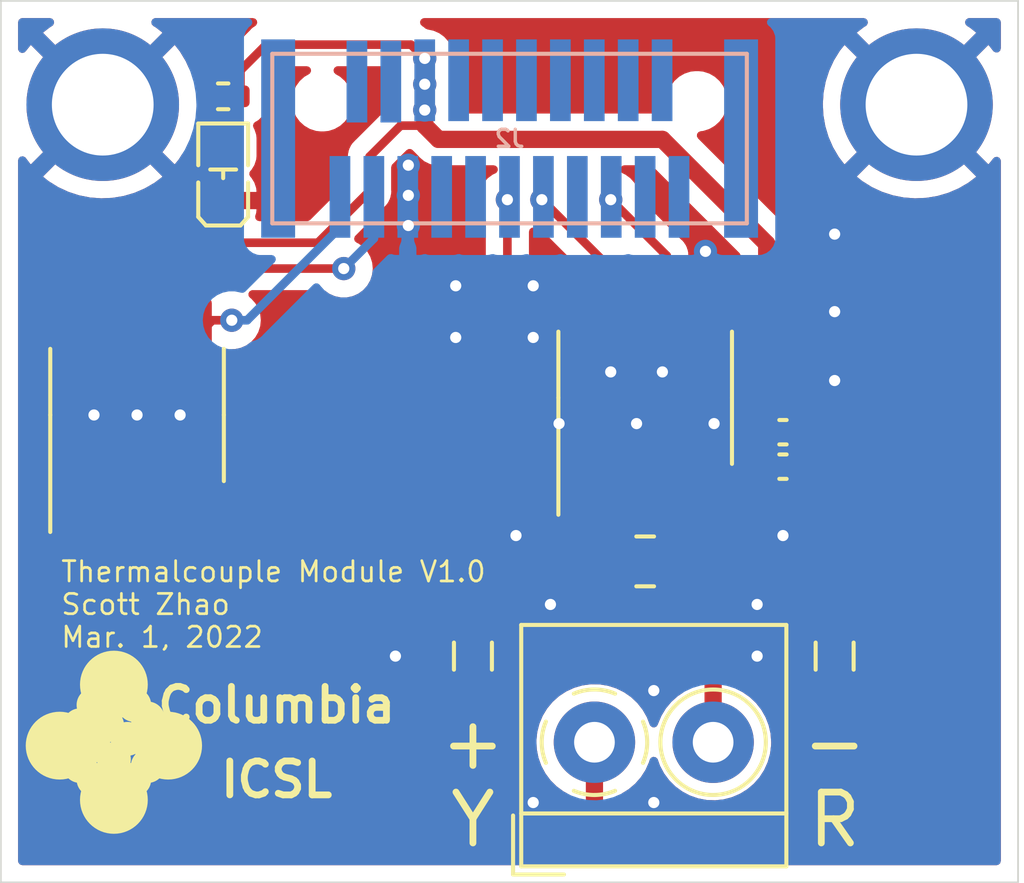
<source format=kicad_pcb>
(kicad_pcb (version 20211014) (generator pcbnew)
  (layers (0 "F.Cu" signal "Front") (1 "In1.Cu" signal) (2 "In2.Cu" signal) (31 "B.Cu" signal "Back") (34 "B.Paste" user) (35 "F.Paste" user) (36 "B.SilkS" user "B.Silkscreen") (37 "F.SilkS" user "F.Silkscreen") (38 "B.Mask" user) (39 "F.Mask" user) (44 "Edge.Cuts" user))
  (net 0 "")
  (net 1 "GND")
  (net 2 "Net-(D1-Pad2)")
  (net 3 "/3V3")
  (net 4 "/SDA_EEPROM")
  (net 5 "/~{RST}")
  (net 6 "/MISO")
  (net 7 "/MOSI")
  (net 8 "/SDA")
  (net 9 "/SCL")
  (net 10 "/SCL_EEPROM")
  (net 11 "/5V")
  (net 13 "/TXD")
  (net 14 "/Status")
  (net 15 "/A0")
  (net 17 "/RXD")
  (net 24 "/A1")
  (net 25 "Net-(C1-Pad1)")
  (net 26 "Net-(C1-Pad2)")
  (net 27 "Net-(FB1-Pad1)")
  (net 28 "Net-(FB2-Pad1)")
  (net 29 "/SCK")
  (net 30 "/CS")
  (footprint "ICSL:M1502-B-2545-AL-TOP" (layer "F.Cu") (at 98.048 66.986)
    (fp_text reference "H1" hide)
    (fp_text value "GND" hide)
    (pad "1" thru_hole circle locked (at -3.048 -2.986) (size 4.5 4.5) (drill 3) (layers *.Cu *.Mask) (net 1 "GND"))
  )
  (footprint "ICSL:M1502-B-2545-AL-TOP" (layer "F.Cu") (at 119 64)
    (fp_text reference "H2" hide)
    (fp_text value "GND" hide)
    (pad "1" thru_hole circle locked (at 0 0) (size 4.5 4.5) (drill 3) (layers *.Cu *.Mask) (net 1 "GND"))
  )
  (footprint "Capacitor_SMD:C_0402_1005Metric" (layer "F.Cu") (at 115.062 74.676)
    (fp_text reference "C3" hide)
    (fp_text value "C_0402_0.1uF_16V")
    (fp_line (start -0.107836 0.36) (end 0.107836 0.36) (layer "F.SilkS") (width 0.12))
    (fp_line (start -0.107836 -0.36) (end 0.107836 -0.36) (layer "F.SilkS") (width 0.12))
    (pad "1" smd roundrect locked (at -0.48 0) (size 0.56 0.62) (layers "F.Cu" "F.Paste" "F.Mask") (net 3 "/3V3"))
    (pad "2" smd roundrect locked (at 0.48 0) (size 0.56 0.62) (layers "F.Cu" "F.Paste" "F.Mask") (net 1 "GND"))
  )
  (footprint "Resistor_SMD:R_0402_1005Metric" (layer "F.Cu") (at 98.552 63.754 180)
    (fp_text reference "R1" hide)
    (fp_text value "R_0402_10K")
    (fp_line (start -0.153641 -0.38) (end 0.153641 -0.38) (layer "F.SilkS") (width 0.12))
    (fp_line (start -0.153641 0.38) (end 0.153641 0.38) (layer "F.SilkS") (width 0.12))
    (pad "1" smd roundrect locked (at -0.51 0 180) (size 0.54 0.64) (layers "F.Cu" "F.Paste" "F.Mask") (net 3 "/3V3"))
    (pad "2" smd roundrect locked (at 0.51 0 180) (size 0.54 0.64) (layers "F.Cu" "F.Paste" "F.Mask") (net 2 "Net-(D1-Pad2)"))
  )
  (footprint "Capacitor_SMD:C_0402_1005Metric" (layer "F.Cu") (at 115.062 73.66)
    (fp_text reference "C2" hide)
    (fp_text value "C_0402_1uF_25V")
    (fp_line (start -0.107836 0.36) (end 0.107836 0.36) (layer "F.SilkS") (width 0.12))
    (fp_line (start -0.107836 -0.36) (end 0.107836 -0.36) (layer "F.SilkS") (width 0.12))
    (pad "1" smd roundrect locked (at -0.48 0) (size 0.56 0.62) (layers "F.Cu" "F.Paste" "F.Mask") (net 3 "/3V3"))
    (pad "2" smd roundrect locked (at 0.48 0) (size 0.56 0.62) (layers "F.Cu" "F.Paste" "F.Mask") (net 1 "GND"))
  )
  (footprint "Inductor_SMD:L_0805_2012Metric" (layer "F.Cu") (at 116.586 80.264 90)
    (fp_text reference "FB1" hide)
    (fp_text value "B_0805_600R")
    (fp_line (start -0.399622 -0.56) (end 0.399622 -0.56) (layer "F.SilkS") (width 0.12))
    (fp_line (start -0.399622 0.56) (end 0.399622 0.56) (layer "F.SilkS") (width 0.12))
    (pad "1" smd roundrect locked (at -1.0625 0 90) (size 0.875 1.2) (layers "F.Cu" "F.Paste" "F.Mask") (net 27 "Net-(FB1-Pad1)"))
    (pad "2" smd roundrect locked (at 1.0625 0 90) (size 0.875 1.2) (layers "F.Cu" "F.Paste" "F.Mask") (net 25 "Net-(C1-Pad1)"))
  )
  (footprint "Capacitor_SMD:C_0805_2012Metric" (layer "F.Cu") (at 110.998 77.47 180)
    (fp_text reference "C1" hide)
    (fp_text value "C_0805_10nF_50V")
    (fp_line (start -0.261252 0.735) (end 0.261252 0.735) (layer "F.SilkS") (width 0.12))
    (fp_line (start -0.261252 -0.735) (end 0.261252 -0.735) (layer "F.SilkS") (width 0.12))
    (pad "1" smd roundrect locked (at -0.95 0 180) (size 1 1.45) (layers "F.Cu" "F.Paste" "F.Mask") (net 25 "Net-(C1-Pad1)"))
    (pad "2" smd roundrect locked (at 0.95 0 180) (size 1 1.45) (layers "F.Cu" "F.Paste" "F.Mask") (net 26 "Net-(C1-Pad2)"))
  )
  (footprint "jlcsmt:SOIC-8_3.9x4.9mm_P1.27mm" (layer "F.Cu") (at 110.998 72.644)
    (fp_text reference "U1" hide)
    (fp_text value "Thermal_MAX31855KASA")
    (fp_line (start 2.56 0) (end 2.56 1.95) (layer "F.SilkS") (width 0.12))
    (fp_line (start -2.56 0) (end -2.56 -1.95) (layer "F.SilkS") (width 0.12))
    (fp_line (start 2.56 0) (end 2.56 -1.95) (layer "F.SilkS") (width 0.12))
    (fp_line (start -2.56 0) (end -2.56 3.45) (layer "F.SilkS") (width 0.12))
    (pad "1" smd roundrect (at -1.905 2.475 90) (size 1.95 0.6) (layers "F.Cu" "F.Paste" "F.Mask") (net 1 "GND"))
    (pad "2" smd roundrect (at -0.635 2.475 90) (size 1.95 0.6) (layers "F.Cu" "F.Paste" "F.Mask") (net 26 "Net-(C1-Pad2)"))
    (pad "3" smd roundrect (at 0.635 2.475 90) (size 1.95 0.6) (layers "F.Cu" "F.Paste" "F.Mask") (net 25 "Net-(C1-Pad1)"))
    (pad "4" smd roundrect (at 1.905 2.475 90) (size 1.95 0.6) (layers "F.Cu" "F.Paste" "F.Mask") (net 3 "/3V3"))
    (pad "5" smd roundrect (at 1.905 -2.475 90) (size 1.95 0.6) (layers "F.Cu" "F.Paste" "F.Mask") (net 29 "/SCK"))
    (pad "6" smd roundrect (at 0.635 -2.475 90) (size 1.95 0.6) (layers "F.Cu" "F.Paste" "F.Mask") (net 30 "/CS"))
    (pad "7" smd roundrect (at -0.635 -2.475 90) (size 1.95 0.6) (layers "F.Cu" "F.Paste" "F.Mask") (net 6 "/MISO"))
    (pad "8" smd roundrect (at -1.905 -2.475 90) (size 1.95 0.6) (layers "F.Cu" "F.Paste" "F.Mask"))
  )
  (footprint "jlcsmt:SOIC-8_3.9x4.9mm_P1.27mm" (layer "F.Cu") (at 96.012 73.152)
    (fp_text reference "U3" hide)
    (fp_text value "EEPROM_M24C02-WMN6TP")
    (fp_line (start -2.56 0) (end -2.56 3.45) (layer "F.SilkS") (width 0.12))
    (fp_line (start 2.56 0) (end 2.56 -1.95) (layer "F.SilkS") (width 0.12))
    (fp_line (start -2.56 0) (end -2.56 -1.95) (layer "F.SilkS") (width 0.12))
    (fp_line (start 2.56 0) (end 2.56 1.95) (layer "F.SilkS") (width 0.12))
    (pad "1" smd roundrect (at -1.905 2.475 90) (size 1.95 0.6) (layers "F.Cu" "F.Paste" "F.Mask"))
    (pad "2" smd roundrect (at -0.635 2.475 90) (size 1.95 0.6) (layers "F.Cu" "F.Paste" "F.Mask"))
    (pad "3" smd roundrect (at 0.635 2.475 90) (size 1.95 0.6) (layers "F.Cu" "F.Paste" "F.Mask"))
    (pad "4" smd roundrect (at 1.905 2.475 90) (size 1.95 0.6) (layers "F.Cu" "F.Paste" "F.Mask") (net 1 "GND"))
    (pad "5" smd roundrect (at 1.905 -2.475 90) (size 1.95 0.6) (layers "F.Cu" "F.Paste" "F.Mask") (net 4 "/SDA_EEPROM"))
    (pad "6" smd roundrect (at 0.635 -2.475 90) (size 1.95 0.6) (layers "F.Cu" "F.Paste" "F.Mask") (net 10 "/SCL_EEPROM"))
    (pad "7" smd roundrect (at -0.635 -2.475 90) (size 1.95 0.6) (layers "F.Cu" "F.Paste" "F.Mask"))
    (pad "8" smd roundrect (at -1.905 -2.475 90) (size 1.95 0.6) (layers "F.Cu" "F.Paste" "F.Mask") (net 3 "/3V3"))
  )
  (footprint "Inductor_SMD:L_0805_2012Metric" (layer "F.Cu") (at 105.918 80.264 90)
    (fp_text reference "FB2" hide)
    (fp_text value "B_0805_600R")
    (fp_line (start -0.399622 0.56) (end 0.399622 0.56) (layer "F.SilkS") (width 0.12))
    (fp_line (start -0.399622 -0.56) (end 0.399622 -0.56) (layer "F.SilkS") (width 0.12))
    (pad "1" smd roundrect locked (at -1.0625 0 90) (size 0.875 1.2) (layers "F.Cu" "F.Paste" "F.Mask") (net 28 "Net-(FB2-Pad1)"))
    (pad "2" smd roundrect locked (at 1.0625 0 90) (size 0.875 1.2) (layers "F.Cu" "F.Paste" "F.Mask") (net 26 "Net-(C1-Pad2)"))
  )
  (footprint "ICSL:icsl_logo" (layer "F.Cu") (at 97.529001 82.704)
    (fp_text reference "U2" hide)
    (fp_text value "ICSL_LOGO" hide)
    (fp_text user "ICSL" (at 2.6 1.2) (layer "F.SilkS") (effects (font (thickness 0.2))))
    (fp_text user "Columbia" (at 2.6 -1) (layer "F.SilkS") (effects (font (thickness 0.2))))
    (fp_circle (center -1.6 1.2) (end -1.6 1.2) (layer "F.SilkS") (width 0.5) (fill none))
    (fp_circle (center -2.8 1.2) (end -2.8 1.2) (layer "F.SilkS") (width 0.5) (fill none))
    (fp_circle (center -3.2 0.8) (end -3.2 0.8) (layer "F.SilkS") (width 0.5) (fill none))
    (fp_circle (center -1.2 0.8) (end -1.2 0.8) (layer "F.SilkS") (width 0.5) (fill none))
    (fp_circle (center -2.4 -0.4) (end -2.4 -0.4) (layer "F.SilkS") (width 0.5) (fill none))
    (fp_circle (center -1.6 -1) (end -1.6 -1) (layer "F.SilkS") (width 0.5) (fill none))
    (fp_circle (center -3.2 -0.4) (end -3.2 -0.4) (layer "F.SilkS") (width 0.5) (fill none))
    (fp_circle (center -3.8 0.2) (end -3.8 0.2) (layer "F.SilkS") (width 1) (fill none))
    (fp_circle (center -1.2 -0.6) (end -1.2 -0.6) (layer "F.SilkS") (width 0.5) (fill none))
    (fp_circle (center -0.6 0.2) (end -0.6 0.2) (layer "F.SilkS") (width 1) (fill none))
    (fp_circle (center -2.8 -1) (end -2.8 -1) (layer "F.SilkS") (width 0.5) (fill none))
    (fp_circle (center -2.2 0.6) (end -2.2 0.6) (layer "F.SilkS") (width 0.5) (fill none))
    (fp_circle (center -2.8 0.2) (end -2.8 0.2) (layer "F.SilkS") (width 0.5) (fill none))
    (fp_circle (center -2.2 1.8) (end -2.2 1.8) (layer "F.SilkS") (width 1) (fill none))
    (fp_circle (center -1.8 0) (end -1.8 0) (layer "F.SilkS") (width 0.5) (fill none))
    (fp_circle (center -2.2 -1.6) (end -2.2 -1.6) (layer "F.SilkS") (width 1) (fill none))
  )
  (footprint "jlcsmt:TerminalBlock_1x02_P3.50mm_Horizontal" (layer "F.Cu") (at 111.252 82.804)
    (fp_text reference "J1" hide)
    (fp_text value "Screw_Terminal_01x02_3.5mm_horiz" hide)
    (fp_line (start -3.91 -3.46) (end -3.91 3.66) (layer "F.SilkS") (width 0.12))
    (fp_line (start -4.15 3.9) (end -2.65 3.9) (layer "F.SilkS") (width 0.12))
    (fp_line (start -3.91 3.66) (end 3.91 3.66) (layer "F.SilkS") (width 0.12))
    (fp_line (start -3.91 -3.46) (end 3.91 -3.46) (layer "F.SilkS") (width 0.12))
    (fp_line (start -3.91 2.1) (end 3.91 2.1) (layer "F.SilkS") (width 0.12))
    (fp_line (start 3.91 -3.46) (end 3.91 3.66) (layer "F.SilkS") (width 0.12))
    (fp_line (start -4.15 2.16) (end -4.15 3.9) (layer "F.SilkS") (width 0.12))
    (fp_arc (start -0.317891 -0.607742) (mid -0.194273 0.00014) (end -0.318 0.608) (layer "F.SilkS") (width 0.12))
    (fp_arc (start -1.142413 1.431385) (mid -1.439983 1.523783) (end -1.75 1.555) (layer "F.SilkS") (width 0.12))
    (fp_arc (start -2.357742 -1.432109) (mid -1.74986 -1.555727) (end -1.142 -1.432) (layer "F.SilkS") (width 0.12))
    (fp_arc (start -3.182109 0.607742) (mid -3.305727 -0.00014) (end -3.182 -0.608) (layer "F.SilkS") (width 0.12))
    (fp_arc (start -1.722989 1.555493) (mid -2.046984 1.527118) (end -2.358 1.432) (layer "F.SilkS") (width 0.12))
    (fp_circle (center 1.75 0) (end 3.305 0) (layer "F.SilkS") (width 0.12) (fill none))
    (pad "1" thru_hole circle (at -1.75 0) (size 2.4 2.4) (drill 1.2) (layers *.Cu *.Mask) (net 27 "Net-(FB1-Pad1)"))
    (pad "2" thru_hole circle (at 1.75 0) (size 2.4 2.4) (drill 1.2) (layers *.Cu *.Mask) (net 28 "Net-(FB2-Pad1)"))
  )
  (footprint "jlcsmt:LED_0603_1608Metric" (layer "F.Cu") (at 98.552 66.04 90)
    (fp_text reference "D1" hide)
    (fp_text value "LED_0603_Red" hide)
    (fp_line (start -1.27 0.735) (end -1.524 0.508) (layer "F.SilkS") (width 0.12))
    (fp_line (start 0.127 0) (end -0.127 0) (layer "F.SilkS") (width 0.12))
    (fp_line (start 0.127 -0.381) (end 0.127 0.381) (layer "F.SilkS") (width 0.12))
    (fp_line (start 0.254 0.735) (end 1.485 0.735) (layer "F.SilkS") (width 0.12))
    (fp_line (start -0.254 -0.735) (end -1.27 -0.735) (layer "F.SilkS") (width 0.12))
    (fp_line (start 1.485 -0.735) (end 0.254 -0.735) (layer "F.SilkS") (width 0.12))
    (fp_line (start -1.524 -0.508) (end -1.27 -0.735) (layer "F.SilkS") (width 0.12))
    (fp_line (start -1.524 0.508) (end -1.524 -0.508) (layer "F.SilkS") (width 0.12))
    (fp_line (start -1.27 0.735) (end -0.254 0.735) (layer "F.SilkS") (width 0.12))
    (fp_line (start 1.485 0.735) (end 1.485 -0.735) (layer "F.SilkS") (width 0.12))
    (pad "1" smd roundrect (at -0.7875 0 270) (size 0.875 0.95) (layers "F.Cu" "F.Paste" "F.Mask") (net 1 "GND"))
    (pad "2" smd roundrect (at 0.7875 0 270) (size 0.875 0.95) (layers "F.Cu" "F.Paste" "F.Mask") (net 2 "Net-(D1-Pad2)"))
  )
  (footprint "ICSL:Amphenol_91911-31321LF_PLUG" (layer "B.Cu") (at 107 65 180)
    (fp_text reference "J2" (at 0 0) (layer "B.SilkS") (effects (font (size 0.5 0.5) (thickness 0.1)) (justify mirror)))
    (fp_text value "Amphenol_91911-31321_plug" hide)
    (fp_line (start 7 -2.5) (end 7 2.5) (layer "B.SilkS") (width 0.12))
    (fp_line (start -6.9965 2.5) (end -6.9965 -2.5) (layer "B.SilkS") (width 0.12))
    (fp_line (start -6.9965 -2.5) (end 7 -2.5) (layer "B.SilkS") (width 0.12))
    (fp_line (start 7 2.5) (end -6.9965 2.5) (layer "B.SilkS") (width 0.12))
    (pad "" np_thru_hole circle locked (at 5.5245 1.1 180) (size 0.76 0.76) (drill 0.76) (layers *.Cu *.Mask))
    (pad "" np_thru_hole circle locked (at -5.5245 1.1 180) (size 0.76 0.76) (drill 0.76) (layers *.Cu *.Mask))
    (pad "" smd rect locked (at 6.8265 0 180) (size 1 5.85) (layers "B.Cu" "B.Paste" "B.Mask"))
    (pad "" smd rect locked (at -6.8265 0 180) (size 1 5.85) (layers "B.Cu" "B.Paste" "B.Mask"))
    (pad "1" smd rect locked (at 5.0035 -1.72 180) (size 0.61 2.41) (layers "B.Cu" "B.Paste" "B.Mask") (net 4 "/SDA_EEPROM"))
    (pad "2" smd rect locked (at 4.0035 -1.72 180) (size 0.61 2.41) (layers "B.Cu" "B.Paste" "B.Mask") (net 10 "/SCL_EEPROM"))
    (pad "3" smd rect locked (at 3.0035 -1.72 180) (size 0.61 2.41) (layers "B.Cu" "B.Paste" "B.Mask") (net 1 "GND"))
    (pad "4" smd rect locked (at 2.0035 -1.72 180) (size 0.61 2.41) (layers "B.Cu" "B.Paste" "B.Mask"))
    (pad "5" smd rect locked (at 1.0035 -1.72 180) (size 0.61 2.41) (layers "B.Cu" "B.Paste" "B.Mask") (net 5 "/~{RST}"))
    (pad "6" smd rect locked (at 0.0035 -1.72 180) (size 0.61 2.41) (layers "B.Cu" "B.Paste" "B.Mask") (net 29 "/SCK"))
    (pad "7" smd rect locked (at -0.9965 -1.72 180) (size 0.61 2.41) (layers "B.Cu" "B.Paste" "B.Mask") (net 6 "/MISO"))
    (pad "8" smd rect locked (at -1.9965 -1.72 180) (size 0.61 2.41) (layers "B.Cu" "B.Paste" "B.Mask") (net 7 "/MOSI"))
    (pad "9" smd rect locked (at -2.9965 -1.72 180) (size 0.61 2.41) (layers "B.Cu" "B.Paste" "B.Mask") (net 30 "/CS"))
    (pad "10" smd rect locked (at -3.9965 -1.72 180) (size 0.61 2.41) (layers "B.Cu" "B.Paste" "B.Mask") (net 8 "/SDA"))
    (pad "11" smd rect locked (at -4.9965 -1.72 180) (size 0.61 2.41) (layers "B.Cu" "B.Paste" "B.Mask") (net 9 "/SCL"))
    (pad "12" smd rect locked (at -4.4965 1.72 180) (size 0.61 2.41) (layers "B.Cu" "B.Paste" "B.Mask"))
    (pad "13" smd rect locked (at -3.4965 1.72 180) (size 0.61 2.41) (layers "B.Cu" "B.Paste" "B.Mask") (net 17 "/RXD"))
    (pad "14" smd rect locked (at -2.4965 1.72 180) (size 0.61 2.41) (layers "B.Cu" "B.Paste" "B.Mask") (net 13 "/TXD"))
    (pad "15" smd rect locked (at -1.4965 1.72 180) (size 0.61 2.41) (layers "B.Cu" "B.Paste" "B.Mask") (net 14 "/Status"))
    (pad "16" smd rect locked (at -0.4965 1.72 180) (size 0.61 2.41) (layers "B.Cu" "B.Paste" "B.Mask") (net 15 "/A0"))
    (pad "17" smd rect locked (at 0.5035 1.72 180) (size 0.61 2.41) (layers "B.Cu" "B.Paste" "B.Mask") (net 24 "/A1"))
    (pad "18" smd rect locked (at 1.5035 1.72 180) (size 0.61 2.41) (layers "B.Cu" "B.Paste" "B.Mask"))
    (pad "19" smd rect locked (at 2.5035 1.72 180) (size 0.61 2.41) (layers "B.Cu" "B.Paste" "B.Mask") (net 3 "/3V3"))
    (pad "20" smd rect locked (at 3.5035 1.68 180) (size 0.61 2.41) (layers "B.Cu" "B.Paste" "B.Mask"))
    (pad "21" smd rect locked (at 4.5035 1.68 180) (size 0.61 2.41) (layers "B.Cu" "B.Paste" "B.Mask") (net 11 "/5V"))
  )
  (gr_line (start 121.995 60.938) (end 91.995 60.938) (layer "Edge.Cuts") (width 0.05))
  (gr_line (start 91.995 60.938) (end 91.995 86.938) (layer "Edge.Cuts") (width 0.05))
  (gr_line (start 91.995 86.938) (end 121.995 86.938) (layer "Edge.Cuts") (width 0.05))
  (gr_line (start 121.995 86.938) (end 121.995 60.938) (layer "Edge.Cuts") (width 0.05))
  (gr_text "Thermalcouple Module V1.0\nScott Zhao\nMar. 1, 2022" (at 93.726 78.74) (layer "F.SilkS") (effects (font (size 0.6 0.6) (thickness 0.08)) (justify left)))
  (gr_text "+" (at 105.918 82.804) (layer "F.SilkS") (effects (font (size 1.5 1.5) (thickness 0.2))))
  (gr_text "Y" (at 105.918 85.09) (layer "F.SilkS") (effects (font (size 1.5 1.5) (thickness 0.2))))
  (gr_text "-" (at 116.586 82.804) (layer "F.SilkS") (effects (font (size 1.5 1.5) (thickness 0.2))))
  (gr_text "R" (at 116.586 85.09) (layer "F.SilkS") (effects (font (size 1.5 1.5) (thickness 0.2))))
  (via (at 116.586 72.136) (size 0.6858) (drill 0.3302) (layers "F.Cu" "B.Cu") (net 1))
  (via (at 96.012 73.152) (size 0.6858) (drill 0.3302) (layers "F.Cu" "B.Cu") (net 1))
  (via (at 109.982 71.882) (size 0.6858) (drill 0.3302) (layers "F.Cu" "B.Cu") (net 1))
  (via (at 116.586 67.818) (size 0.6858) (drill 0.3302) (layers "F.Cu" "B.Cu") (net 1))
  (via (at 111.252 81.28) (size 0.6858) (drill 0.3302) (layers "F.Cu" "B.Cu") (net 1))
  (via (at 108.458 73.406) (size 0.6858) (drill 0.3302) (layers "F.Cu" "B.Cu") (net 1))
  (via (at 114.3 80.264) (size 0.6858) (drill 0.3302) (layers "F.Cu" "B.Cu") (net 1))
  (via (at 105.41 69.342) (size 0.6858) (drill 0.3302) (layers "F.Cu" "B.Cu") (net 1))
  (via (at 107.188 76.708) (size 0.6858) (drill 0.3302) (layers "F.Cu" "B.Cu") (net 1))
  (via (at 105.41 70.866) (size 0.6858) (drill 0.3302) (layers "F.Cu" "B.Cu") (net 1))
  (via (at 114.3 78.74) (size 0.6858) (drill 0.3302) (layers "F.Cu" "B.Cu") (net 1))
  (via (at 104.013 66.675) (size 0.6858) (drill 0.3302) (layers "F.Cu" "B.Cu") (net 1))
  (via (at 107.696 69.342) (size 0.6858) (drill 0.3302) (layers "F.Cu" "B.Cu") (net 1))
  (via (at 107.696 70.866) (size 0.6858) (drill 0.3302) (layers "F.Cu" "B.Cu") (net 1))
  (via (at 111.506 71.882) (size 0.6858) (drill 0.3302) (layers "F.Cu" "B.Cu") (net 1))
  (via (at 104.013 67.564) (size 0.6858) (drill 0.3302) (layers "F.Cu" "B.Cu") (net 1))
  (via (at 113.03 73.406) (size 0.6858) (drill 0.3302) (layers "F.Cu" "B.Cu") (net 1))
  (via (at 110.744 73.406) (size 0.6858) (drill 0.3302) (layers "F.Cu" "B.Cu") (net 1))
  (via (at 97.282 73.152) (size 0.6858) (drill 0.3302) (layers "F.Cu" "B.Cu") (net 1))
  (via (at 111.252 84.582) (size 0.6858) (drill 0.3302) (layers "F.Cu" "B.Cu") (net 1))
  (via (at 94.742 73.152) (size 0.6858) (drill 0.3302) (layers "F.Cu" "B.Cu") (net 1))
  (via (at 116.586 70.104) (size 0.6858) (drill 0.3302) (layers "F.Cu" "B.Cu") (net 1))
  (via (at 107.696 84.582) (size 0.6858) (drill 0.3302) (layers "F.Cu" "B.Cu") (net 1))
  (via (at 103.632 80.264) (size 0.6858) (drill 0.3302) (layers "F.Cu" "B.Cu") (net 1))
  (via (at 112.776 68.326) (size 0.6858) (drill 0.3302) (layers "F.Cu" "B.Cu") (net 1))
  (via (at 115.062 76.708) (size 0.6858) (drill 0.3302) (layers "F.Cu" "B.Cu") (net 1))
  (via (at 104.013 65.786) (size 0.6858) (drill 0.3302) (layers "F.Cu" "B.Cu") (net 1))
  (via (at 108.204 78.74) (size 0.6858) (drill 0.3302) (layers "F.Cu" "B.Cu") (net 1))
  (segment (start 98.042 64.514) (end 98.042 63.754) (width 0.254) (layer "F.Cu") (net 2))
  (segment (start 98.552 65.024) (end 98.042 64.514) (width 0.254) (layer "F.Cu") (net 2))
  (segment (start 98.552 65.2525) (end 98.552 65.024) (width 0.254) (layer "F.Cu") (net 2))
  (segment (start 114.582 74.676) (end 114.582 74.902) (width 0.508) (layer "F.Cu") (net 3))
  (segment (start 103.7835 64.6185) (end 104.4965 64.6185) (width 0.254) (layer "F.Cu") (net 3))
  (segment (start 114.3 75.184) (end 112.968 75.184) (width 0.508) (layer "F.Cu") (net 3))
  (segment (start 114.582 74.902) (end 114.3 75.184) (width 0.508) (layer "F.Cu") (net 3))
  (segment (start 114.582 68.1) (end 114.582 73.66) (width 0.508) (layer "F.Cu") (net 3))
  (segment (start 104.4965 62.6355) (end 104.091 62.23) (width 0.254) (layer "F.Cu") (net 3))
  (segment (start 104.4965 64.1595) (end 104.4965 64.6185) (width 0.508) (layer "F.Cu") (net 3))
  (segment (start 101.346 68.072) (end 102.87 66.548) (width 0.254) (layer "F.Cu") (net 3))
  (segment (start 112.968 75.184) (end 112.903 75.119) (width 0.508) (layer "F.Cu") (net 3))
  (segment (start 102.87 66.548) (end 102.87 65.532) (width 0.254) (layer "F.Cu") (net 3))
  (segment (start 99.822 62.23) (end 99.062 62.99) (width 0.254) (layer "F.Cu") (net 3))
  (segment (start 104.4965 63.3975) (end 104.4965 62.6355) (width 0.508) (layer "F.Cu") (net 3))
  (segment (start 111.506 65.024) (end 114.582 68.1) (width 0.508) (layer "F.Cu") (net 3))
  (segment (start 99.062 62.99) (end 99.062 63.754) (width 0.254) (layer "F.Cu") (net 3))
  (segment (start 104.4965 64.1595) (end 104.4965 63.3975) (width 0.508) (layer "F.Cu") (net 3))
  (segment (start 104.902 65.024) (end 111.506 65.024) (width 0.508) (layer "F.Cu") (net 3))
  (segment (start 104.4965 64.6185) (end 104.902 65.024) (width 0.508) (layer "F.Cu") (net 3))
  (segment (start 94.107 70.677) (end 94.107 70.401337) (width 0.254) (layer "F.Cu") (net 3))
  (segment (start 104.091 62.23) (end 99.822 62.23) (width 0.254) (layer "F.Cu") (net 3))
  (segment (start 102.87 65.532) (end 103.7835 64.6185) (width 0.254) (layer "F.Cu") (net 3))
  (segment (start 114.582 73.66) (end 114.582 74.676) (width 0.508) (layer "F.Cu") (net 3))
  (segment (start 96.436337 68.072) (end 101.346 68.072) (width 0.254) (layer "F.Cu") (net 3))
  (segment (start 94.107 70.401337) (end 96.436337 68.072) (width 0.254) (layer "F.Cu") (net 3))
  (via (at 104.4965 63.3975) (size 0.6858) (drill 0.3302) (layers "F.Cu" "B.Cu") (net 3))
  (via (at 104.4965 64.1595) (size 0.6858) (drill 0.3302) (layers "F.Cu" "B.Cu") (net 3))
  (via (at 104.4965 62.6355) (size 0.6858) (drill 0.3302) (layers "F.Cu" "B.Cu") (net 3))
  (segment (start 98.806 70.358) (end 98.236 70.358) (width 0.254) (layer "F.Cu") (net 4))
  (segment (start 98.236 70.358) (end 97.917 70.677) (width 0.254) (layer "F.Cu") (net 4))
  (via (at 98.806 70.358) (size 0.6858) (drill 0.3302) (layers "F.Cu" "B.Cu") (net 4))
  (segment (start 101.9965 66.72) (end 101.9965 67.62) (width 0.254) (layer "B.Cu") (net 4))
  (segment (start 101.9965 67.62) (end 99.2585 70.358) (width 0.254) (layer "B.Cu") (net 4))
  (segment (start 99.2585 70.358) (end 98.806 70.358) (width 0.254) (layer "B.Cu") (net 4))
  (segment (start 110.363 69.215) (end 107.95 66.802) (width 0.254) (layer "F.Cu") (net 6))
  (segment (start 110.363 70.169) (end 110.363 69.215) (width 0.254) (layer "F.Cu") (net 6))
  (via (at 107.95 66.802) (size 0.6858) (drill 0.3302) (layers "F.Cu" "B.Cu") (net 6))
  (segment (start 97.282 68.834) (end 96.647 69.469) (width 0.254) (layer "F.Cu") (net 10))
  (segment (start 102.108 68.834) (end 97.282 68.834) (width 0.254) (layer "F.Cu") (net 10))
  (segment (start 96.647 69.469) (end 96.647 70.677) (width 0.254) (layer "F.Cu") (net 10))
  (via (at 102.108 68.834) (size 0.6858) (drill 0.3302) (layers "F.Cu" "B.Cu") (net 10))
  (segment (start 102.9965 67.9455) (end 102.108 68.834) (width 0.254) (layer "B.Cu") (net 10))
  (segment (start 102.9965 66.72) (end 102.9965 67.9455) (width 0.254) (layer "B.Cu") (net 10))
  (segment (start 114.8545 77.47) (end 111.948 77.47) (width 0.508) (layer "F.Cu") (net 25))
  (segment (start 116.586 79.2015) (end 114.8545 77.47) (width 0.508) (layer "F.Cu") (net 25))
  (segment (start 111.633 75.119) (end 111.633 77.155) (width 0.508) (layer "F.Cu") (net 25))
  (segment (start 111.633 77.155) (end 111.948 77.47) (width 0.508) (layer "F.Cu") (net 25))
  (segment (start 107.6495 77.47) (end 110.048 77.47) (width 0.508) (layer "F.Cu") (net 26))
  (segment (start 110.363 77.155) (end 110.048 77.47) (width 0.508) (layer "F.Cu") (net 26))
  (segment (start 105.918 79.2015) (end 107.6495 77.47) (width 0.508) (layer "F.Cu") (net 26))
  (segment (start 110.363 75.119) (end 110.363 77.155) (width 0.508) (layer "F.Cu") (net 26))
  (segment (start 109.502 82.804) (end 109.502 84.864) (width 0.508) (layer "F.Cu") (net 27))
  (segment (start 109.502 84.864) (end 110.236 85.598) (width 0.508) (layer "F.Cu") (net 27))
  (segment (start 110.236 85.598) (end 114.3 85.598) (width 0.508) (layer "F.Cu") (net 27))
  (segment (start 114.3 85.598) (end 116.586 83.312) (width 0.508) (layer "F.Cu") (net 27))
  (segment (start 116.586 83.312) (end 116.586 81.3265) (width 0.508) (layer "F.Cu") (net 27))
  (segment (start 113.002 80.998) (end 112.014 80.01) (width 0.508) (layer "F.Cu") (net 28))
  (segment (start 112.014 80.01) (end 107.2345 80.01) (width 0.508) (layer "F.Cu") (net 28))
  (segment (start 107.2345 80.01) (end 105.918 81.3265) (width 0.508) (layer "F.Cu") (net 28))
  (segment (start 113.002 82.804) (end 113.002 80.998) (width 0.508) (layer "F.Cu") (net 28))
  (segment (start 112.903 70.169) (end 112.903 71.755) (width 0.254) (layer "F.Cu") (net 29))
  (segment (start 112.014 72.644) (end 107.95 72.644) (width 0.254) (layer "F.Cu") (net 29))
  (segment (start 106.934 71.628) (end 106.934 66.802) (width 0.254) (layer "F.Cu") (net 29))
  (segment (start 107.696 72.39) (end 106.934 71.628) (width 0.254) (layer "F.Cu") (net 29))
  (segment (start 112.903 71.755) (end 112.014 72.644) (width 0.254) (layer "F.Cu") (net 29))
  (segment (start 107.95 72.644) (end 107.696 72.39) (width 0.254) (layer "F.Cu") (net 29))
  (via (at 106.934 66.802) (size 0.6858) (drill 0.3302) (layers "F.Cu" "B.Cu") (net 29))
  (segment (start 111.633 68.453) (end 109.982 66.802) (width 0.254) (layer "F.Cu") (net 30))
  (segment (start 111.633 70.169) (end 111.633 68.453) (width 0.254) (layer "F.Cu") (net 30))
  (via (at 109.982 66.802) (size 0.6858) (drill 0.3302) (layers "F.Cu" "B.Cu") (net 30))
  (zone (net 1) (net_name "GND") (layer "F.Cu") (priority 1) (connect_pads (clearance 0.508)) (min_thickness 0.254) (fill yes (thermal_gap 0.508) (thermal_bridge_width 0.508))
    (polygon (pts (xy 121.495 86.438) (xy 92.495 86.438) (xy 92.495 61.438) (xy 121.495 61.438)))
  )
  (zone (net 1) (net_name "GND") (layer "B.Cu") (priority 1) (connect_pads (clearance 0.508)) (min_thickness 0.254) (fill yes (thermal_gap 0.508) (thermal_bridge_width 0.508))
    (polygon (pts (xy 121.495 86.438) (xy 92.495 86.438) (xy 92.495 61.438) (xy 121.495 61.438)))
  )
)
</source>
